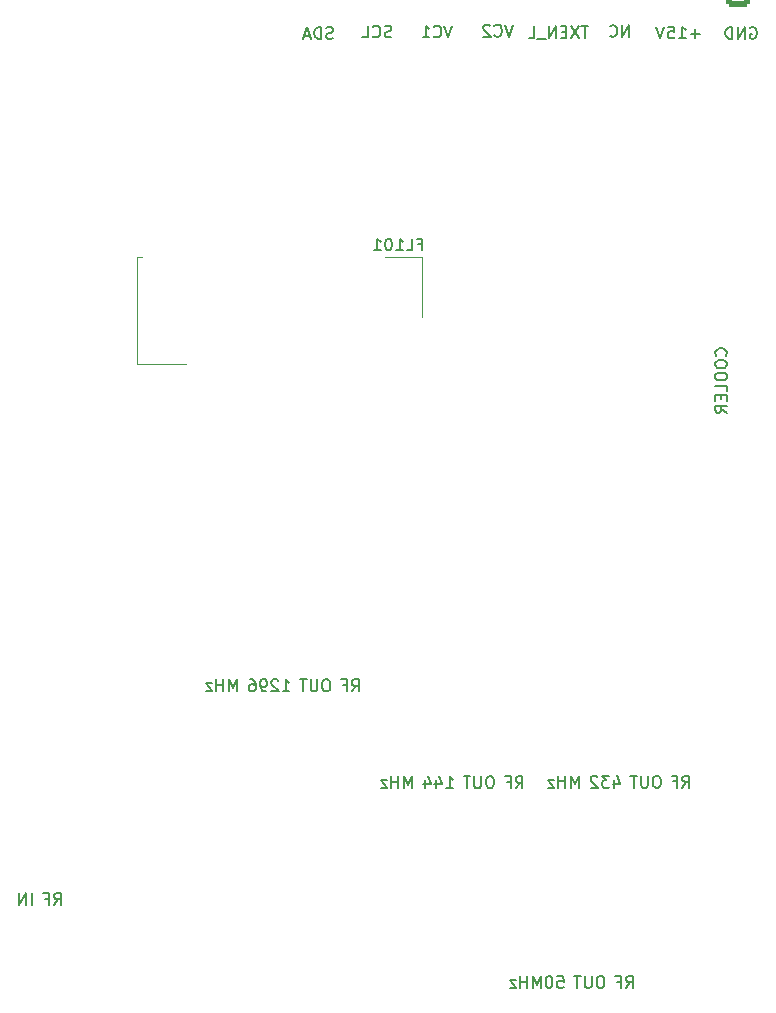
<source format=gbo>
G04 #@! TF.GenerationSoftware,KiCad,Pcbnew,(7.0.0-0)*
G04 #@! TF.CreationDate,2023-05-10T16:18:41+02:00*
G04 #@! TF.ProjectId,Filter-forest-v3,46696c74-6572-42d6-966f-726573742d76,rev?*
G04 #@! TF.SameCoordinates,Original*
G04 #@! TF.FileFunction,Legend,Bot*
G04 #@! TF.FilePolarity,Positive*
%FSLAX46Y46*%
G04 Gerber Fmt 4.6, Leading zero omitted, Abs format (unit mm)*
G04 Created by KiCad (PCBNEW (7.0.0-0)) date 2023-05-10 16:18:41*
%MOMM*%
%LPD*%
G01*
G04 APERTURE LIST*
G04 Aperture macros list*
%AMRoundRect*
0 Rectangle with rounded corners*
0 $1 Rounding radius*
0 $2 $3 $4 $5 $6 $7 $8 $9 X,Y pos of 4 corners*
0 Add a 4 corners polygon primitive as box body*
4,1,4,$2,$3,$4,$5,$6,$7,$8,$9,$2,$3,0*
0 Add four circle primitives for the rounded corners*
1,1,$1+$1,$2,$3*
1,1,$1+$1,$4,$5*
1,1,$1+$1,$6,$7*
1,1,$1+$1,$8,$9*
0 Add four rect primitives between the rounded corners*
20,1,$1+$1,$2,$3,$4,$5,0*
20,1,$1+$1,$4,$5,$6,$7,0*
20,1,$1+$1,$6,$7,$8,$9,0*
20,1,$1+$1,$8,$9,$2,$3,0*%
G04 Aperture macros list end*
%ADD10C,0.150000*%
%ADD11C,0.120000*%
%ADD12C,2.000000*%
%ADD13C,1.500000*%
%ADD14C,0.200000*%
%ADD15R,2.600000X2.600000*%
%ADD16O,2.600000X2.600000*%
%ADD17C,0.610000*%
%ADD18C,2.500000*%
%ADD19C,3.500000*%
%ADD20C,5.600000*%
%ADD21R,4.200000X1.350000*%
%ADD22RoundRect,0.249999X0.790001X1.550001X-0.790001X1.550001X-0.790001X-1.550001X0.790001X-1.550001X0*%
%ADD23O,2.080000X3.600000*%
%ADD24C,2.610000*%
%ADD25O,1.800000X1.000000*%
G04 #@! TA.AperFunction,Profile*
%ADD26C,0.100000*%
G04 #@! TD*
G04 APERTURE END LIST*
D10*
X120290476Y-99912380D02*
X120623809Y-99436190D01*
X120861904Y-99912380D02*
X120861904Y-98912380D01*
X120861904Y-98912380D02*
X120480952Y-98912380D01*
X120480952Y-98912380D02*
X120385714Y-98960000D01*
X120385714Y-98960000D02*
X120338095Y-99007619D01*
X120338095Y-99007619D02*
X120290476Y-99102857D01*
X120290476Y-99102857D02*
X120290476Y-99245714D01*
X120290476Y-99245714D02*
X120338095Y-99340952D01*
X120338095Y-99340952D02*
X120385714Y-99388571D01*
X120385714Y-99388571D02*
X120480952Y-99436190D01*
X120480952Y-99436190D02*
X120861904Y-99436190D01*
X119528571Y-99388571D02*
X119861904Y-99388571D01*
X119861904Y-99912380D02*
X119861904Y-98912380D01*
X119861904Y-98912380D02*
X119385714Y-98912380D01*
X118214285Y-98912380D02*
X118023809Y-98912380D01*
X118023809Y-98912380D02*
X117928571Y-98960000D01*
X117928571Y-98960000D02*
X117833333Y-99055238D01*
X117833333Y-99055238D02*
X117785714Y-99245714D01*
X117785714Y-99245714D02*
X117785714Y-99579047D01*
X117785714Y-99579047D02*
X117833333Y-99769523D01*
X117833333Y-99769523D02*
X117928571Y-99864761D01*
X117928571Y-99864761D02*
X118023809Y-99912380D01*
X118023809Y-99912380D02*
X118214285Y-99912380D01*
X118214285Y-99912380D02*
X118309523Y-99864761D01*
X118309523Y-99864761D02*
X118404761Y-99769523D01*
X118404761Y-99769523D02*
X118452380Y-99579047D01*
X118452380Y-99579047D02*
X118452380Y-99245714D01*
X118452380Y-99245714D02*
X118404761Y-99055238D01*
X118404761Y-99055238D02*
X118309523Y-98960000D01*
X118309523Y-98960000D02*
X118214285Y-98912380D01*
X117357142Y-98912380D02*
X117357142Y-99721904D01*
X117357142Y-99721904D02*
X117309523Y-99817142D01*
X117309523Y-99817142D02*
X117261904Y-99864761D01*
X117261904Y-99864761D02*
X117166666Y-99912380D01*
X117166666Y-99912380D02*
X116976190Y-99912380D01*
X116976190Y-99912380D02*
X116880952Y-99864761D01*
X116880952Y-99864761D02*
X116833333Y-99817142D01*
X116833333Y-99817142D02*
X116785714Y-99721904D01*
X116785714Y-99721904D02*
X116785714Y-98912380D01*
X116452380Y-98912380D02*
X115880952Y-98912380D01*
X116166666Y-99912380D02*
X116166666Y-98912380D01*
X114423809Y-99912380D02*
X114995237Y-99912380D01*
X114709523Y-99912380D02*
X114709523Y-98912380D01*
X114709523Y-98912380D02*
X114804761Y-99055238D01*
X114804761Y-99055238D02*
X114899999Y-99150476D01*
X114899999Y-99150476D02*
X114995237Y-99198095D01*
X114042856Y-99007619D02*
X113995237Y-98960000D01*
X113995237Y-98960000D02*
X113899999Y-98912380D01*
X113899999Y-98912380D02*
X113661904Y-98912380D01*
X113661904Y-98912380D02*
X113566666Y-98960000D01*
X113566666Y-98960000D02*
X113519047Y-99007619D01*
X113519047Y-99007619D02*
X113471428Y-99102857D01*
X113471428Y-99102857D02*
X113471428Y-99198095D01*
X113471428Y-99198095D02*
X113519047Y-99340952D01*
X113519047Y-99340952D02*
X114090475Y-99912380D01*
X114090475Y-99912380D02*
X113471428Y-99912380D01*
X112995237Y-99912380D02*
X112804761Y-99912380D01*
X112804761Y-99912380D02*
X112709523Y-99864761D01*
X112709523Y-99864761D02*
X112661904Y-99817142D01*
X112661904Y-99817142D02*
X112566666Y-99674285D01*
X112566666Y-99674285D02*
X112519047Y-99483809D01*
X112519047Y-99483809D02*
X112519047Y-99102857D01*
X112519047Y-99102857D02*
X112566666Y-99007619D01*
X112566666Y-99007619D02*
X112614285Y-98960000D01*
X112614285Y-98960000D02*
X112709523Y-98912380D01*
X112709523Y-98912380D02*
X112899999Y-98912380D01*
X112899999Y-98912380D02*
X112995237Y-98960000D01*
X112995237Y-98960000D02*
X113042856Y-99007619D01*
X113042856Y-99007619D02*
X113090475Y-99102857D01*
X113090475Y-99102857D02*
X113090475Y-99340952D01*
X113090475Y-99340952D02*
X113042856Y-99436190D01*
X113042856Y-99436190D02*
X112995237Y-99483809D01*
X112995237Y-99483809D02*
X112899999Y-99531428D01*
X112899999Y-99531428D02*
X112709523Y-99531428D01*
X112709523Y-99531428D02*
X112614285Y-99483809D01*
X112614285Y-99483809D02*
X112566666Y-99436190D01*
X112566666Y-99436190D02*
X112519047Y-99340952D01*
X111661904Y-98912380D02*
X111852380Y-98912380D01*
X111852380Y-98912380D02*
X111947618Y-98960000D01*
X111947618Y-98960000D02*
X111995237Y-99007619D01*
X111995237Y-99007619D02*
X112090475Y-99150476D01*
X112090475Y-99150476D02*
X112138094Y-99340952D01*
X112138094Y-99340952D02*
X112138094Y-99721904D01*
X112138094Y-99721904D02*
X112090475Y-99817142D01*
X112090475Y-99817142D02*
X112042856Y-99864761D01*
X112042856Y-99864761D02*
X111947618Y-99912380D01*
X111947618Y-99912380D02*
X111757142Y-99912380D01*
X111757142Y-99912380D02*
X111661904Y-99864761D01*
X111661904Y-99864761D02*
X111614285Y-99817142D01*
X111614285Y-99817142D02*
X111566666Y-99721904D01*
X111566666Y-99721904D02*
X111566666Y-99483809D01*
X111566666Y-99483809D02*
X111614285Y-99388571D01*
X111614285Y-99388571D02*
X111661904Y-99340952D01*
X111661904Y-99340952D02*
X111757142Y-99293333D01*
X111757142Y-99293333D02*
X111947618Y-99293333D01*
X111947618Y-99293333D02*
X112042856Y-99340952D01*
X112042856Y-99340952D02*
X112090475Y-99388571D01*
X112090475Y-99388571D02*
X112138094Y-99483809D01*
X110538094Y-99912380D02*
X110538094Y-98912380D01*
X110538094Y-98912380D02*
X110204761Y-99626666D01*
X110204761Y-99626666D02*
X109871428Y-98912380D01*
X109871428Y-98912380D02*
X109871428Y-99912380D01*
X109395237Y-99912380D02*
X109395237Y-98912380D01*
X109395237Y-99388571D02*
X108823809Y-99388571D01*
X108823809Y-99912380D02*
X108823809Y-98912380D01*
X108442856Y-99245714D02*
X107919047Y-99245714D01*
X107919047Y-99245714D02*
X108442856Y-99912380D01*
X108442856Y-99912380D02*
X107919047Y-99912380D01*
X123629523Y-44504761D02*
X123486666Y-44552380D01*
X123486666Y-44552380D02*
X123248571Y-44552380D01*
X123248571Y-44552380D02*
X123153333Y-44504761D01*
X123153333Y-44504761D02*
X123105714Y-44457142D01*
X123105714Y-44457142D02*
X123058095Y-44361904D01*
X123058095Y-44361904D02*
X123058095Y-44266666D01*
X123058095Y-44266666D02*
X123105714Y-44171428D01*
X123105714Y-44171428D02*
X123153333Y-44123809D01*
X123153333Y-44123809D02*
X123248571Y-44076190D01*
X123248571Y-44076190D02*
X123439047Y-44028571D01*
X123439047Y-44028571D02*
X123534285Y-43980952D01*
X123534285Y-43980952D02*
X123581904Y-43933333D01*
X123581904Y-43933333D02*
X123629523Y-43838095D01*
X123629523Y-43838095D02*
X123629523Y-43742857D01*
X123629523Y-43742857D02*
X123581904Y-43647619D01*
X123581904Y-43647619D02*
X123534285Y-43600000D01*
X123534285Y-43600000D02*
X123439047Y-43552380D01*
X123439047Y-43552380D02*
X123200952Y-43552380D01*
X123200952Y-43552380D02*
X123058095Y-43600000D01*
X122058095Y-44457142D02*
X122105714Y-44504761D01*
X122105714Y-44504761D02*
X122248571Y-44552380D01*
X122248571Y-44552380D02*
X122343809Y-44552380D01*
X122343809Y-44552380D02*
X122486666Y-44504761D01*
X122486666Y-44504761D02*
X122581904Y-44409523D01*
X122581904Y-44409523D02*
X122629523Y-44314285D01*
X122629523Y-44314285D02*
X122677142Y-44123809D01*
X122677142Y-44123809D02*
X122677142Y-43980952D01*
X122677142Y-43980952D02*
X122629523Y-43790476D01*
X122629523Y-43790476D02*
X122581904Y-43695238D01*
X122581904Y-43695238D02*
X122486666Y-43600000D01*
X122486666Y-43600000D02*
X122343809Y-43552380D01*
X122343809Y-43552380D02*
X122248571Y-43552380D01*
X122248571Y-43552380D02*
X122105714Y-43600000D01*
X122105714Y-43600000D02*
X122058095Y-43647619D01*
X121153333Y-44552380D02*
X121629523Y-44552380D01*
X121629523Y-44552380D02*
X121629523Y-43552380D01*
X148280476Y-108072380D02*
X148613809Y-107596190D01*
X148851904Y-108072380D02*
X148851904Y-107072380D01*
X148851904Y-107072380D02*
X148470952Y-107072380D01*
X148470952Y-107072380D02*
X148375714Y-107120000D01*
X148375714Y-107120000D02*
X148328095Y-107167619D01*
X148328095Y-107167619D02*
X148280476Y-107262857D01*
X148280476Y-107262857D02*
X148280476Y-107405714D01*
X148280476Y-107405714D02*
X148328095Y-107500952D01*
X148328095Y-107500952D02*
X148375714Y-107548571D01*
X148375714Y-107548571D02*
X148470952Y-107596190D01*
X148470952Y-107596190D02*
X148851904Y-107596190D01*
X147518571Y-107548571D02*
X147851904Y-107548571D01*
X147851904Y-108072380D02*
X147851904Y-107072380D01*
X147851904Y-107072380D02*
X147375714Y-107072380D01*
X146204285Y-107072380D02*
X146013809Y-107072380D01*
X146013809Y-107072380D02*
X145918571Y-107120000D01*
X145918571Y-107120000D02*
X145823333Y-107215238D01*
X145823333Y-107215238D02*
X145775714Y-107405714D01*
X145775714Y-107405714D02*
X145775714Y-107739047D01*
X145775714Y-107739047D02*
X145823333Y-107929523D01*
X145823333Y-107929523D02*
X145918571Y-108024761D01*
X145918571Y-108024761D02*
X146013809Y-108072380D01*
X146013809Y-108072380D02*
X146204285Y-108072380D01*
X146204285Y-108072380D02*
X146299523Y-108024761D01*
X146299523Y-108024761D02*
X146394761Y-107929523D01*
X146394761Y-107929523D02*
X146442380Y-107739047D01*
X146442380Y-107739047D02*
X146442380Y-107405714D01*
X146442380Y-107405714D02*
X146394761Y-107215238D01*
X146394761Y-107215238D02*
X146299523Y-107120000D01*
X146299523Y-107120000D02*
X146204285Y-107072380D01*
X145347142Y-107072380D02*
X145347142Y-107881904D01*
X145347142Y-107881904D02*
X145299523Y-107977142D01*
X145299523Y-107977142D02*
X145251904Y-108024761D01*
X145251904Y-108024761D02*
X145156666Y-108072380D01*
X145156666Y-108072380D02*
X144966190Y-108072380D01*
X144966190Y-108072380D02*
X144870952Y-108024761D01*
X144870952Y-108024761D02*
X144823333Y-107977142D01*
X144823333Y-107977142D02*
X144775714Y-107881904D01*
X144775714Y-107881904D02*
X144775714Y-107072380D01*
X144442380Y-107072380D02*
X143870952Y-107072380D01*
X144156666Y-108072380D02*
X144156666Y-107072380D01*
X142509047Y-107405714D02*
X142509047Y-108072380D01*
X142747142Y-107024761D02*
X142985237Y-107739047D01*
X142985237Y-107739047D02*
X142366190Y-107739047D01*
X142080475Y-107072380D02*
X141461428Y-107072380D01*
X141461428Y-107072380D02*
X141794761Y-107453333D01*
X141794761Y-107453333D02*
X141651904Y-107453333D01*
X141651904Y-107453333D02*
X141556666Y-107500952D01*
X141556666Y-107500952D02*
X141509047Y-107548571D01*
X141509047Y-107548571D02*
X141461428Y-107643809D01*
X141461428Y-107643809D02*
X141461428Y-107881904D01*
X141461428Y-107881904D02*
X141509047Y-107977142D01*
X141509047Y-107977142D02*
X141556666Y-108024761D01*
X141556666Y-108024761D02*
X141651904Y-108072380D01*
X141651904Y-108072380D02*
X141937618Y-108072380D01*
X141937618Y-108072380D02*
X142032856Y-108024761D01*
X142032856Y-108024761D02*
X142080475Y-107977142D01*
X141080475Y-107167619D02*
X141032856Y-107120000D01*
X141032856Y-107120000D02*
X140937618Y-107072380D01*
X140937618Y-107072380D02*
X140699523Y-107072380D01*
X140699523Y-107072380D02*
X140604285Y-107120000D01*
X140604285Y-107120000D02*
X140556666Y-107167619D01*
X140556666Y-107167619D02*
X140509047Y-107262857D01*
X140509047Y-107262857D02*
X140509047Y-107358095D01*
X140509047Y-107358095D02*
X140556666Y-107500952D01*
X140556666Y-107500952D02*
X141128094Y-108072380D01*
X141128094Y-108072380D02*
X140509047Y-108072380D01*
X139480475Y-108072380D02*
X139480475Y-107072380D01*
X139480475Y-107072380D02*
X139147142Y-107786666D01*
X139147142Y-107786666D02*
X138813809Y-107072380D01*
X138813809Y-107072380D02*
X138813809Y-108072380D01*
X138337618Y-108072380D02*
X138337618Y-107072380D01*
X138337618Y-107548571D02*
X137766190Y-107548571D01*
X137766190Y-108072380D02*
X137766190Y-107072380D01*
X137385237Y-107405714D02*
X136861428Y-107405714D01*
X136861428Y-107405714D02*
X137385237Y-108072380D01*
X137385237Y-108072380D02*
X136861428Y-108072380D01*
X134150476Y-108112380D02*
X134483809Y-107636190D01*
X134721904Y-108112380D02*
X134721904Y-107112380D01*
X134721904Y-107112380D02*
X134340952Y-107112380D01*
X134340952Y-107112380D02*
X134245714Y-107160000D01*
X134245714Y-107160000D02*
X134198095Y-107207619D01*
X134198095Y-107207619D02*
X134150476Y-107302857D01*
X134150476Y-107302857D02*
X134150476Y-107445714D01*
X134150476Y-107445714D02*
X134198095Y-107540952D01*
X134198095Y-107540952D02*
X134245714Y-107588571D01*
X134245714Y-107588571D02*
X134340952Y-107636190D01*
X134340952Y-107636190D02*
X134721904Y-107636190D01*
X133388571Y-107588571D02*
X133721904Y-107588571D01*
X133721904Y-108112380D02*
X133721904Y-107112380D01*
X133721904Y-107112380D02*
X133245714Y-107112380D01*
X132074285Y-107112380D02*
X131883809Y-107112380D01*
X131883809Y-107112380D02*
X131788571Y-107160000D01*
X131788571Y-107160000D02*
X131693333Y-107255238D01*
X131693333Y-107255238D02*
X131645714Y-107445714D01*
X131645714Y-107445714D02*
X131645714Y-107779047D01*
X131645714Y-107779047D02*
X131693333Y-107969523D01*
X131693333Y-107969523D02*
X131788571Y-108064761D01*
X131788571Y-108064761D02*
X131883809Y-108112380D01*
X131883809Y-108112380D02*
X132074285Y-108112380D01*
X132074285Y-108112380D02*
X132169523Y-108064761D01*
X132169523Y-108064761D02*
X132264761Y-107969523D01*
X132264761Y-107969523D02*
X132312380Y-107779047D01*
X132312380Y-107779047D02*
X132312380Y-107445714D01*
X132312380Y-107445714D02*
X132264761Y-107255238D01*
X132264761Y-107255238D02*
X132169523Y-107160000D01*
X132169523Y-107160000D02*
X132074285Y-107112380D01*
X131217142Y-107112380D02*
X131217142Y-107921904D01*
X131217142Y-107921904D02*
X131169523Y-108017142D01*
X131169523Y-108017142D02*
X131121904Y-108064761D01*
X131121904Y-108064761D02*
X131026666Y-108112380D01*
X131026666Y-108112380D02*
X130836190Y-108112380D01*
X130836190Y-108112380D02*
X130740952Y-108064761D01*
X130740952Y-108064761D02*
X130693333Y-108017142D01*
X130693333Y-108017142D02*
X130645714Y-107921904D01*
X130645714Y-107921904D02*
X130645714Y-107112380D01*
X130312380Y-107112380D02*
X129740952Y-107112380D01*
X130026666Y-108112380D02*
X130026666Y-107112380D01*
X128283809Y-108112380D02*
X128855237Y-108112380D01*
X128569523Y-108112380D02*
X128569523Y-107112380D01*
X128569523Y-107112380D02*
X128664761Y-107255238D01*
X128664761Y-107255238D02*
X128759999Y-107350476D01*
X128759999Y-107350476D02*
X128855237Y-107398095D01*
X127426666Y-107445714D02*
X127426666Y-108112380D01*
X127664761Y-107064761D02*
X127902856Y-107779047D01*
X127902856Y-107779047D02*
X127283809Y-107779047D01*
X126474285Y-107445714D02*
X126474285Y-108112380D01*
X126712380Y-107064761D02*
X126950475Y-107779047D01*
X126950475Y-107779047D02*
X126331428Y-107779047D01*
X125350475Y-108112380D02*
X125350475Y-107112380D01*
X125350475Y-107112380D02*
X125017142Y-107826666D01*
X125017142Y-107826666D02*
X124683809Y-107112380D01*
X124683809Y-107112380D02*
X124683809Y-108112380D01*
X124207618Y-108112380D02*
X124207618Y-107112380D01*
X124207618Y-107588571D02*
X123636190Y-107588571D01*
X123636190Y-108112380D02*
X123636190Y-107112380D01*
X123255237Y-107445714D02*
X122731428Y-107445714D01*
X122731428Y-107445714D02*
X123255237Y-108112380D01*
X123255237Y-108112380D02*
X122731428Y-108112380D01*
X128794761Y-43552380D02*
X128461428Y-44552380D01*
X128461428Y-44552380D02*
X128128095Y-43552380D01*
X127223333Y-44457142D02*
X127270952Y-44504761D01*
X127270952Y-44504761D02*
X127413809Y-44552380D01*
X127413809Y-44552380D02*
X127509047Y-44552380D01*
X127509047Y-44552380D02*
X127651904Y-44504761D01*
X127651904Y-44504761D02*
X127747142Y-44409523D01*
X127747142Y-44409523D02*
X127794761Y-44314285D01*
X127794761Y-44314285D02*
X127842380Y-44123809D01*
X127842380Y-44123809D02*
X127842380Y-43980952D01*
X127842380Y-43980952D02*
X127794761Y-43790476D01*
X127794761Y-43790476D02*
X127747142Y-43695238D01*
X127747142Y-43695238D02*
X127651904Y-43600000D01*
X127651904Y-43600000D02*
X127509047Y-43552380D01*
X127509047Y-43552380D02*
X127413809Y-43552380D01*
X127413809Y-43552380D02*
X127270952Y-43600000D01*
X127270952Y-43600000D02*
X127223333Y-43647619D01*
X126270952Y-44552380D02*
X126842380Y-44552380D01*
X126556666Y-44552380D02*
X126556666Y-43552380D01*
X126556666Y-43552380D02*
X126651904Y-43695238D01*
X126651904Y-43695238D02*
X126747142Y-43790476D01*
X126747142Y-43790476D02*
X126842380Y-43838095D01*
X143510476Y-125032380D02*
X143843809Y-124556190D01*
X144081904Y-125032380D02*
X144081904Y-124032380D01*
X144081904Y-124032380D02*
X143700952Y-124032380D01*
X143700952Y-124032380D02*
X143605714Y-124080000D01*
X143605714Y-124080000D02*
X143558095Y-124127619D01*
X143558095Y-124127619D02*
X143510476Y-124222857D01*
X143510476Y-124222857D02*
X143510476Y-124365714D01*
X143510476Y-124365714D02*
X143558095Y-124460952D01*
X143558095Y-124460952D02*
X143605714Y-124508571D01*
X143605714Y-124508571D02*
X143700952Y-124556190D01*
X143700952Y-124556190D02*
X144081904Y-124556190D01*
X142748571Y-124508571D02*
X143081904Y-124508571D01*
X143081904Y-125032380D02*
X143081904Y-124032380D01*
X143081904Y-124032380D02*
X142605714Y-124032380D01*
X141434285Y-124032380D02*
X141243809Y-124032380D01*
X141243809Y-124032380D02*
X141148571Y-124080000D01*
X141148571Y-124080000D02*
X141053333Y-124175238D01*
X141053333Y-124175238D02*
X141005714Y-124365714D01*
X141005714Y-124365714D02*
X141005714Y-124699047D01*
X141005714Y-124699047D02*
X141053333Y-124889523D01*
X141053333Y-124889523D02*
X141148571Y-124984761D01*
X141148571Y-124984761D02*
X141243809Y-125032380D01*
X141243809Y-125032380D02*
X141434285Y-125032380D01*
X141434285Y-125032380D02*
X141529523Y-124984761D01*
X141529523Y-124984761D02*
X141624761Y-124889523D01*
X141624761Y-124889523D02*
X141672380Y-124699047D01*
X141672380Y-124699047D02*
X141672380Y-124365714D01*
X141672380Y-124365714D02*
X141624761Y-124175238D01*
X141624761Y-124175238D02*
X141529523Y-124080000D01*
X141529523Y-124080000D02*
X141434285Y-124032380D01*
X140577142Y-124032380D02*
X140577142Y-124841904D01*
X140577142Y-124841904D02*
X140529523Y-124937142D01*
X140529523Y-124937142D02*
X140481904Y-124984761D01*
X140481904Y-124984761D02*
X140386666Y-125032380D01*
X140386666Y-125032380D02*
X140196190Y-125032380D01*
X140196190Y-125032380D02*
X140100952Y-124984761D01*
X140100952Y-124984761D02*
X140053333Y-124937142D01*
X140053333Y-124937142D02*
X140005714Y-124841904D01*
X140005714Y-124841904D02*
X140005714Y-124032380D01*
X139672380Y-124032380D02*
X139100952Y-124032380D01*
X139386666Y-125032380D02*
X139386666Y-124032380D01*
X137691428Y-124032380D02*
X138167618Y-124032380D01*
X138167618Y-124032380D02*
X138215237Y-124508571D01*
X138215237Y-124508571D02*
X138167618Y-124460952D01*
X138167618Y-124460952D02*
X138072380Y-124413333D01*
X138072380Y-124413333D02*
X137834285Y-124413333D01*
X137834285Y-124413333D02*
X137739047Y-124460952D01*
X137739047Y-124460952D02*
X137691428Y-124508571D01*
X137691428Y-124508571D02*
X137643809Y-124603809D01*
X137643809Y-124603809D02*
X137643809Y-124841904D01*
X137643809Y-124841904D02*
X137691428Y-124937142D01*
X137691428Y-124937142D02*
X137739047Y-124984761D01*
X137739047Y-124984761D02*
X137834285Y-125032380D01*
X137834285Y-125032380D02*
X138072380Y-125032380D01*
X138072380Y-125032380D02*
X138167618Y-124984761D01*
X138167618Y-124984761D02*
X138215237Y-124937142D01*
X137024761Y-124032380D02*
X136929523Y-124032380D01*
X136929523Y-124032380D02*
X136834285Y-124080000D01*
X136834285Y-124080000D02*
X136786666Y-124127619D01*
X136786666Y-124127619D02*
X136739047Y-124222857D01*
X136739047Y-124222857D02*
X136691428Y-124413333D01*
X136691428Y-124413333D02*
X136691428Y-124651428D01*
X136691428Y-124651428D02*
X136739047Y-124841904D01*
X136739047Y-124841904D02*
X136786666Y-124937142D01*
X136786666Y-124937142D02*
X136834285Y-124984761D01*
X136834285Y-124984761D02*
X136929523Y-125032380D01*
X136929523Y-125032380D02*
X137024761Y-125032380D01*
X137024761Y-125032380D02*
X137119999Y-124984761D01*
X137119999Y-124984761D02*
X137167618Y-124937142D01*
X137167618Y-124937142D02*
X137215237Y-124841904D01*
X137215237Y-124841904D02*
X137262856Y-124651428D01*
X137262856Y-124651428D02*
X137262856Y-124413333D01*
X137262856Y-124413333D02*
X137215237Y-124222857D01*
X137215237Y-124222857D02*
X137167618Y-124127619D01*
X137167618Y-124127619D02*
X137119999Y-124080000D01*
X137119999Y-124080000D02*
X137024761Y-124032380D01*
X136262856Y-125032380D02*
X136262856Y-124032380D01*
X136262856Y-124032380D02*
X135929523Y-124746666D01*
X135929523Y-124746666D02*
X135596190Y-124032380D01*
X135596190Y-124032380D02*
X135596190Y-125032380D01*
X135119999Y-125032380D02*
X135119999Y-124032380D01*
X135119999Y-124508571D02*
X134548571Y-124508571D01*
X134548571Y-125032380D02*
X134548571Y-124032380D01*
X134167618Y-124365714D02*
X133643809Y-124365714D01*
X133643809Y-124365714D02*
X134167618Y-125032380D01*
X134167618Y-125032380D02*
X133643809Y-125032380D01*
X133934761Y-43482380D02*
X133601428Y-44482380D01*
X133601428Y-44482380D02*
X133268095Y-43482380D01*
X132363333Y-44387142D02*
X132410952Y-44434761D01*
X132410952Y-44434761D02*
X132553809Y-44482380D01*
X132553809Y-44482380D02*
X132649047Y-44482380D01*
X132649047Y-44482380D02*
X132791904Y-44434761D01*
X132791904Y-44434761D02*
X132887142Y-44339523D01*
X132887142Y-44339523D02*
X132934761Y-44244285D01*
X132934761Y-44244285D02*
X132982380Y-44053809D01*
X132982380Y-44053809D02*
X132982380Y-43910952D01*
X132982380Y-43910952D02*
X132934761Y-43720476D01*
X132934761Y-43720476D02*
X132887142Y-43625238D01*
X132887142Y-43625238D02*
X132791904Y-43530000D01*
X132791904Y-43530000D02*
X132649047Y-43482380D01*
X132649047Y-43482380D02*
X132553809Y-43482380D01*
X132553809Y-43482380D02*
X132410952Y-43530000D01*
X132410952Y-43530000D02*
X132363333Y-43577619D01*
X131982380Y-43577619D02*
X131934761Y-43530000D01*
X131934761Y-43530000D02*
X131839523Y-43482380D01*
X131839523Y-43482380D02*
X131601428Y-43482380D01*
X131601428Y-43482380D02*
X131506190Y-43530000D01*
X131506190Y-43530000D02*
X131458571Y-43577619D01*
X131458571Y-43577619D02*
X131410952Y-43672857D01*
X131410952Y-43672857D02*
X131410952Y-43768095D01*
X131410952Y-43768095D02*
X131458571Y-43910952D01*
X131458571Y-43910952D02*
X132029999Y-44482380D01*
X132029999Y-44482380D02*
X131410952Y-44482380D01*
X118679523Y-44634761D02*
X118536666Y-44682380D01*
X118536666Y-44682380D02*
X118298571Y-44682380D01*
X118298571Y-44682380D02*
X118203333Y-44634761D01*
X118203333Y-44634761D02*
X118155714Y-44587142D01*
X118155714Y-44587142D02*
X118108095Y-44491904D01*
X118108095Y-44491904D02*
X118108095Y-44396666D01*
X118108095Y-44396666D02*
X118155714Y-44301428D01*
X118155714Y-44301428D02*
X118203333Y-44253809D01*
X118203333Y-44253809D02*
X118298571Y-44206190D01*
X118298571Y-44206190D02*
X118489047Y-44158571D01*
X118489047Y-44158571D02*
X118584285Y-44110952D01*
X118584285Y-44110952D02*
X118631904Y-44063333D01*
X118631904Y-44063333D02*
X118679523Y-43968095D01*
X118679523Y-43968095D02*
X118679523Y-43872857D01*
X118679523Y-43872857D02*
X118631904Y-43777619D01*
X118631904Y-43777619D02*
X118584285Y-43730000D01*
X118584285Y-43730000D02*
X118489047Y-43682380D01*
X118489047Y-43682380D02*
X118250952Y-43682380D01*
X118250952Y-43682380D02*
X118108095Y-43730000D01*
X117679523Y-44682380D02*
X117679523Y-43682380D01*
X117679523Y-43682380D02*
X117441428Y-43682380D01*
X117441428Y-43682380D02*
X117298571Y-43730000D01*
X117298571Y-43730000D02*
X117203333Y-43825238D01*
X117203333Y-43825238D02*
X117155714Y-43920476D01*
X117155714Y-43920476D02*
X117108095Y-44110952D01*
X117108095Y-44110952D02*
X117108095Y-44253809D01*
X117108095Y-44253809D02*
X117155714Y-44444285D01*
X117155714Y-44444285D02*
X117203333Y-44539523D01*
X117203333Y-44539523D02*
X117298571Y-44634761D01*
X117298571Y-44634761D02*
X117441428Y-44682380D01*
X117441428Y-44682380D02*
X117679523Y-44682380D01*
X116727142Y-44396666D02*
X116250952Y-44396666D01*
X116822380Y-44682380D02*
X116489047Y-43682380D01*
X116489047Y-43682380D02*
X116155714Y-44682380D01*
X151957142Y-71499523D02*
X152004761Y-71451904D01*
X152004761Y-71451904D02*
X152052380Y-71309047D01*
X152052380Y-71309047D02*
X152052380Y-71213809D01*
X152052380Y-71213809D02*
X152004761Y-71070952D01*
X152004761Y-71070952D02*
X151909523Y-70975714D01*
X151909523Y-70975714D02*
X151814285Y-70928095D01*
X151814285Y-70928095D02*
X151623809Y-70880476D01*
X151623809Y-70880476D02*
X151480952Y-70880476D01*
X151480952Y-70880476D02*
X151290476Y-70928095D01*
X151290476Y-70928095D02*
X151195238Y-70975714D01*
X151195238Y-70975714D02*
X151100000Y-71070952D01*
X151100000Y-71070952D02*
X151052380Y-71213809D01*
X151052380Y-71213809D02*
X151052380Y-71309047D01*
X151052380Y-71309047D02*
X151100000Y-71451904D01*
X151100000Y-71451904D02*
X151147619Y-71499523D01*
X151052380Y-72118571D02*
X151052380Y-72309047D01*
X151052380Y-72309047D02*
X151100000Y-72404285D01*
X151100000Y-72404285D02*
X151195238Y-72499523D01*
X151195238Y-72499523D02*
X151385714Y-72547142D01*
X151385714Y-72547142D02*
X151719047Y-72547142D01*
X151719047Y-72547142D02*
X151909523Y-72499523D01*
X151909523Y-72499523D02*
X152004761Y-72404285D01*
X152004761Y-72404285D02*
X152052380Y-72309047D01*
X152052380Y-72309047D02*
X152052380Y-72118571D01*
X152052380Y-72118571D02*
X152004761Y-72023333D01*
X152004761Y-72023333D02*
X151909523Y-71928095D01*
X151909523Y-71928095D02*
X151719047Y-71880476D01*
X151719047Y-71880476D02*
X151385714Y-71880476D01*
X151385714Y-71880476D02*
X151195238Y-71928095D01*
X151195238Y-71928095D02*
X151100000Y-72023333D01*
X151100000Y-72023333D02*
X151052380Y-72118571D01*
X151052380Y-73166190D02*
X151052380Y-73356666D01*
X151052380Y-73356666D02*
X151100000Y-73451904D01*
X151100000Y-73451904D02*
X151195238Y-73547142D01*
X151195238Y-73547142D02*
X151385714Y-73594761D01*
X151385714Y-73594761D02*
X151719047Y-73594761D01*
X151719047Y-73594761D02*
X151909523Y-73547142D01*
X151909523Y-73547142D02*
X152004761Y-73451904D01*
X152004761Y-73451904D02*
X152052380Y-73356666D01*
X152052380Y-73356666D02*
X152052380Y-73166190D01*
X152052380Y-73166190D02*
X152004761Y-73070952D01*
X152004761Y-73070952D02*
X151909523Y-72975714D01*
X151909523Y-72975714D02*
X151719047Y-72928095D01*
X151719047Y-72928095D02*
X151385714Y-72928095D01*
X151385714Y-72928095D02*
X151195238Y-72975714D01*
X151195238Y-72975714D02*
X151100000Y-73070952D01*
X151100000Y-73070952D02*
X151052380Y-73166190D01*
X152052380Y-74499523D02*
X152052380Y-74023333D01*
X152052380Y-74023333D02*
X151052380Y-74023333D01*
X151528571Y-74832857D02*
X151528571Y-75166190D01*
X152052380Y-75309047D02*
X152052380Y-74832857D01*
X152052380Y-74832857D02*
X151052380Y-74832857D01*
X151052380Y-74832857D02*
X151052380Y-75309047D01*
X152052380Y-76309047D02*
X151576190Y-75975714D01*
X152052380Y-75737619D02*
X151052380Y-75737619D01*
X151052380Y-75737619D02*
X151052380Y-76118571D01*
X151052380Y-76118571D02*
X151100000Y-76213809D01*
X151100000Y-76213809D02*
X151147619Y-76261428D01*
X151147619Y-76261428D02*
X151242857Y-76309047D01*
X151242857Y-76309047D02*
X151385714Y-76309047D01*
X151385714Y-76309047D02*
X151480952Y-76261428D01*
X151480952Y-76261428D02*
X151528571Y-76213809D01*
X151528571Y-76213809D02*
X151576190Y-76118571D01*
X151576190Y-76118571D02*
X151576190Y-75737619D01*
X140294761Y-43602380D02*
X139723333Y-43602380D01*
X140009047Y-44602380D02*
X140009047Y-43602380D01*
X139485237Y-43602380D02*
X138818571Y-44602380D01*
X138818571Y-43602380D02*
X139485237Y-44602380D01*
X138437618Y-44078571D02*
X138104285Y-44078571D01*
X137961428Y-44602380D02*
X138437618Y-44602380D01*
X138437618Y-44602380D02*
X138437618Y-43602380D01*
X138437618Y-43602380D02*
X137961428Y-43602380D01*
X137532856Y-44602380D02*
X137532856Y-43602380D01*
X137532856Y-43602380D02*
X136961428Y-44602380D01*
X136961428Y-44602380D02*
X136961428Y-43602380D01*
X136723333Y-44697619D02*
X135961428Y-44697619D01*
X135247142Y-44602380D02*
X135723332Y-44602380D01*
X135723332Y-44602380D02*
X135723332Y-43602380D01*
X149741904Y-44261428D02*
X148980000Y-44261428D01*
X149360952Y-44642380D02*
X149360952Y-43880476D01*
X147980000Y-44642380D02*
X148551428Y-44642380D01*
X148265714Y-44642380D02*
X148265714Y-43642380D01*
X148265714Y-43642380D02*
X148360952Y-43785238D01*
X148360952Y-43785238D02*
X148456190Y-43880476D01*
X148456190Y-43880476D02*
X148551428Y-43928095D01*
X147075238Y-43642380D02*
X147551428Y-43642380D01*
X147551428Y-43642380D02*
X147599047Y-44118571D01*
X147599047Y-44118571D02*
X147551428Y-44070952D01*
X147551428Y-44070952D02*
X147456190Y-44023333D01*
X147456190Y-44023333D02*
X147218095Y-44023333D01*
X147218095Y-44023333D02*
X147122857Y-44070952D01*
X147122857Y-44070952D02*
X147075238Y-44118571D01*
X147075238Y-44118571D02*
X147027619Y-44213809D01*
X147027619Y-44213809D02*
X147027619Y-44451904D01*
X147027619Y-44451904D02*
X147075238Y-44547142D01*
X147075238Y-44547142D02*
X147122857Y-44594761D01*
X147122857Y-44594761D02*
X147218095Y-44642380D01*
X147218095Y-44642380D02*
X147456190Y-44642380D01*
X147456190Y-44642380D02*
X147551428Y-44594761D01*
X147551428Y-44594761D02*
X147599047Y-44547142D01*
X146741904Y-43642380D02*
X146408571Y-44642380D01*
X146408571Y-44642380D02*
X146075238Y-43642380D01*
X95070476Y-118007380D02*
X95403809Y-117531190D01*
X95641904Y-118007380D02*
X95641904Y-117007380D01*
X95641904Y-117007380D02*
X95260952Y-117007380D01*
X95260952Y-117007380D02*
X95165714Y-117055000D01*
X95165714Y-117055000D02*
X95118095Y-117102619D01*
X95118095Y-117102619D02*
X95070476Y-117197857D01*
X95070476Y-117197857D02*
X95070476Y-117340714D01*
X95070476Y-117340714D02*
X95118095Y-117435952D01*
X95118095Y-117435952D02*
X95165714Y-117483571D01*
X95165714Y-117483571D02*
X95260952Y-117531190D01*
X95260952Y-117531190D02*
X95641904Y-117531190D01*
X94308571Y-117483571D02*
X94641904Y-117483571D01*
X94641904Y-118007380D02*
X94641904Y-117007380D01*
X94641904Y-117007380D02*
X94165714Y-117007380D01*
X93184761Y-118007380D02*
X93184761Y-117007380D01*
X92708571Y-118007380D02*
X92708571Y-117007380D01*
X92708571Y-117007380D02*
X92137143Y-118007380D01*
X92137143Y-118007380D02*
X92137143Y-117007380D01*
X143771904Y-44512380D02*
X143771904Y-43512380D01*
X143771904Y-43512380D02*
X143200476Y-44512380D01*
X143200476Y-44512380D02*
X143200476Y-43512380D01*
X142152857Y-44417142D02*
X142200476Y-44464761D01*
X142200476Y-44464761D02*
X142343333Y-44512380D01*
X142343333Y-44512380D02*
X142438571Y-44512380D01*
X142438571Y-44512380D02*
X142581428Y-44464761D01*
X142581428Y-44464761D02*
X142676666Y-44369523D01*
X142676666Y-44369523D02*
X142724285Y-44274285D01*
X142724285Y-44274285D02*
X142771904Y-44083809D01*
X142771904Y-44083809D02*
X142771904Y-43940952D01*
X142771904Y-43940952D02*
X142724285Y-43750476D01*
X142724285Y-43750476D02*
X142676666Y-43655238D01*
X142676666Y-43655238D02*
X142581428Y-43560000D01*
X142581428Y-43560000D02*
X142438571Y-43512380D01*
X142438571Y-43512380D02*
X142343333Y-43512380D01*
X142343333Y-43512380D02*
X142200476Y-43560000D01*
X142200476Y-43560000D02*
X142152857Y-43607619D01*
X154008095Y-43730000D02*
X154103333Y-43682380D01*
X154103333Y-43682380D02*
X154246190Y-43682380D01*
X154246190Y-43682380D02*
X154389047Y-43730000D01*
X154389047Y-43730000D02*
X154484285Y-43825238D01*
X154484285Y-43825238D02*
X154531904Y-43920476D01*
X154531904Y-43920476D02*
X154579523Y-44110952D01*
X154579523Y-44110952D02*
X154579523Y-44253809D01*
X154579523Y-44253809D02*
X154531904Y-44444285D01*
X154531904Y-44444285D02*
X154484285Y-44539523D01*
X154484285Y-44539523D02*
X154389047Y-44634761D01*
X154389047Y-44634761D02*
X154246190Y-44682380D01*
X154246190Y-44682380D02*
X154150952Y-44682380D01*
X154150952Y-44682380D02*
X154008095Y-44634761D01*
X154008095Y-44634761D02*
X153960476Y-44587142D01*
X153960476Y-44587142D02*
X153960476Y-44253809D01*
X153960476Y-44253809D02*
X154150952Y-44253809D01*
X153531904Y-44682380D02*
X153531904Y-43682380D01*
X153531904Y-43682380D02*
X152960476Y-44682380D01*
X152960476Y-44682380D02*
X152960476Y-43682380D01*
X152484285Y-44682380D02*
X152484285Y-43682380D01*
X152484285Y-43682380D02*
X152246190Y-43682380D01*
X152246190Y-43682380D02*
X152103333Y-43730000D01*
X152103333Y-43730000D02*
X152008095Y-43825238D01*
X152008095Y-43825238D02*
X151960476Y-43920476D01*
X151960476Y-43920476D02*
X151912857Y-44110952D01*
X151912857Y-44110952D02*
X151912857Y-44253809D01*
X151912857Y-44253809D02*
X151960476Y-44444285D01*
X151960476Y-44444285D02*
X152008095Y-44539523D01*
X152008095Y-44539523D02*
X152103333Y-44634761D01*
X152103333Y-44634761D02*
X152246190Y-44682380D01*
X152246190Y-44682380D02*
X152484285Y-44682380D01*
X125920476Y-62063571D02*
X126253809Y-62063571D01*
X126253809Y-62587380D02*
X126253809Y-61587380D01*
X126253809Y-61587380D02*
X125777619Y-61587380D01*
X124920476Y-62587380D02*
X125396666Y-62587380D01*
X125396666Y-62587380D02*
X125396666Y-61587380D01*
X124063333Y-62587380D02*
X124634761Y-62587380D01*
X124349047Y-62587380D02*
X124349047Y-61587380D01*
X124349047Y-61587380D02*
X124444285Y-61730238D01*
X124444285Y-61730238D02*
X124539523Y-61825476D01*
X124539523Y-61825476D02*
X124634761Y-61873095D01*
X123444285Y-61587380D02*
X123349047Y-61587380D01*
X123349047Y-61587380D02*
X123253809Y-61635000D01*
X123253809Y-61635000D02*
X123206190Y-61682619D01*
X123206190Y-61682619D02*
X123158571Y-61777857D01*
X123158571Y-61777857D02*
X123110952Y-61968333D01*
X123110952Y-61968333D02*
X123110952Y-62206428D01*
X123110952Y-62206428D02*
X123158571Y-62396904D01*
X123158571Y-62396904D02*
X123206190Y-62492142D01*
X123206190Y-62492142D02*
X123253809Y-62539761D01*
X123253809Y-62539761D02*
X123349047Y-62587380D01*
X123349047Y-62587380D02*
X123444285Y-62587380D01*
X123444285Y-62587380D02*
X123539523Y-62539761D01*
X123539523Y-62539761D02*
X123587142Y-62492142D01*
X123587142Y-62492142D02*
X123634761Y-62396904D01*
X123634761Y-62396904D02*
X123682380Y-62206428D01*
X123682380Y-62206428D02*
X123682380Y-61968333D01*
X123682380Y-61968333D02*
X123634761Y-61777857D01*
X123634761Y-61777857D02*
X123587142Y-61682619D01*
X123587142Y-61682619D02*
X123539523Y-61635000D01*
X123539523Y-61635000D02*
X123444285Y-61587380D01*
X122158571Y-62587380D02*
X122729999Y-62587380D01*
X122444285Y-62587380D02*
X122444285Y-61587380D01*
X122444285Y-61587380D02*
X122539523Y-61730238D01*
X122539523Y-61730238D02*
X122634761Y-61825476D01*
X122634761Y-61825476D02*
X122729999Y-61873095D01*
D11*
X126230000Y-72330000D02*
X126230000Y-63130000D01*
X126230000Y-63130000D02*
X102130000Y-63130000D01*
X102130000Y-72230000D02*
X126230000Y-72330000D01*
X102130000Y-63130000D02*
X102130000Y-72230000D01*
%LPC*%
D12*
X89120000Y-30960000D02*
X165122978Y-30960000D01*
X165122978Y-30960000D02*
X165122978Y-128870000D01*
X165122978Y-128870000D02*
X89120000Y-128870000D01*
X89120000Y-128870000D02*
X89120000Y-30960000D01*
D13*
X126040000Y-69100000D02*
X126040000Y-71955000D01*
D14*
G36*
X149780000Y-78051166D02*
G01*
X149005646Y-78969585D01*
X141110000Y-78960000D01*
X141100000Y-78670000D01*
X141100000Y-69880000D01*
X141110000Y-66780000D01*
X144280000Y-66780000D01*
X149780000Y-66780000D01*
X149780000Y-78051166D01*
G37*
X149780000Y-78051166D02*
X149005646Y-78969585D01*
X141110000Y-78960000D01*
X141100000Y-78670000D01*
X141100000Y-69880000D01*
X141110000Y-66780000D01*
X144280000Y-66780000D01*
X149780000Y-66780000D01*
X149780000Y-78051166D01*
D10*
X97500000Y-64650000D02*
X97900000Y-64650000D01*
D13*
X103120000Y-66970000D02*
X103120000Y-63700000D01*
X103149375Y-63730000D02*
X122550625Y-63730000D01*
X126015000Y-71910000D02*
X106985000Y-71910000D01*
X121055000Y-59950000D02*
X106605000Y-59950000D01*
X106620000Y-59981000D02*
X106620000Y-53760000D01*
X124340000Y-57239000D02*
X124340000Y-50861000D01*
X110070000Y-50822000D02*
X124330000Y-50822000D01*
G36*
X128660000Y-97810000D02*
G01*
X127660000Y-97810000D01*
X126860000Y-98610000D01*
X126760000Y-99710000D01*
X122260000Y-99610000D01*
X122360000Y-93410000D01*
X128660000Y-93310000D01*
X128660000Y-97810000D01*
G37*
D11*
X128660000Y-97810000D02*
X127660000Y-97810000D01*
X126860000Y-98610000D01*
X126760000Y-99710000D01*
X122260000Y-99610000D01*
X122360000Y-93410000D01*
X128660000Y-93310000D01*
X128660000Y-97810000D01*
G36*
X126760000Y-100610000D02*
G01*
X127560000Y-101410000D01*
X128660000Y-101510000D01*
X128560000Y-106010000D01*
X122360000Y-105910000D01*
X122260000Y-99610000D01*
X126760000Y-99610000D01*
X126760000Y-100610000D01*
G37*
X126760000Y-100610000D02*
X127560000Y-101410000D01*
X128660000Y-101510000D01*
X128560000Y-106010000D01*
X122360000Y-105910000D01*
X122260000Y-99610000D01*
X126760000Y-99610000D01*
X126760000Y-100610000D01*
G36*
X134860000Y-93410000D02*
G01*
X134960000Y-99710000D01*
X130460000Y-99710000D01*
X130460000Y-98710000D01*
X129660000Y-97910000D01*
X128560000Y-97810000D01*
X128660000Y-93310000D01*
X134860000Y-93410000D01*
G37*
X134860000Y-93410000D02*
X134960000Y-99710000D01*
X130460000Y-99710000D01*
X130460000Y-98710000D01*
X129660000Y-97910000D01*
X128560000Y-97810000D01*
X128660000Y-93310000D01*
X134860000Y-93410000D01*
G36*
X135060000Y-99810000D02*
G01*
X134960000Y-106010000D01*
X128660000Y-106110000D01*
X128660000Y-101610000D01*
X129660000Y-101610000D01*
X130460000Y-100810000D01*
X130560000Y-99710000D01*
X135060000Y-99810000D01*
G37*
X135060000Y-99810000D02*
X134960000Y-106010000D01*
X128660000Y-106110000D01*
X128660000Y-101610000D01*
X129660000Y-101610000D01*
X130460000Y-100810000D01*
X130560000Y-99710000D01*
X135060000Y-99810000D01*
G36*
X114510000Y-89980000D02*
G01*
X113510000Y-89980000D01*
X112710000Y-90780000D01*
X112610000Y-91880000D01*
X108110000Y-91780000D01*
X108210000Y-85580000D01*
X114510000Y-85480000D01*
X114510000Y-89980000D01*
G37*
X114510000Y-89980000D02*
X113510000Y-89980000D01*
X112710000Y-90780000D01*
X112610000Y-91880000D01*
X108110000Y-91780000D01*
X108210000Y-85580000D01*
X114510000Y-85480000D01*
X114510000Y-89980000D01*
G36*
X112610000Y-92780000D02*
G01*
X113410000Y-93580000D01*
X114510000Y-93680000D01*
X114410000Y-98180000D01*
X108210000Y-98080000D01*
X108110000Y-91780000D01*
X112610000Y-91780000D01*
X112610000Y-92780000D01*
G37*
X112610000Y-92780000D02*
X113410000Y-93580000D01*
X114510000Y-93680000D01*
X114410000Y-98180000D01*
X108210000Y-98080000D01*
X108110000Y-91780000D01*
X112610000Y-91780000D01*
X112610000Y-92780000D01*
G36*
X120710000Y-85580000D02*
G01*
X120810000Y-91880000D01*
X116310000Y-91880000D01*
X116310000Y-90880000D01*
X115510000Y-90080000D01*
X114410000Y-89980000D01*
X114510000Y-85480000D01*
X120710000Y-85580000D01*
G37*
X120710000Y-85580000D02*
X120810000Y-91880000D01*
X116310000Y-91880000D01*
X116310000Y-90880000D01*
X115510000Y-90080000D01*
X114410000Y-89980000D01*
X114510000Y-85480000D01*
X120710000Y-85580000D01*
G36*
X120910000Y-91980000D02*
G01*
X120810000Y-98180000D01*
X114510000Y-98280000D01*
X114510000Y-93780000D01*
X115510000Y-93780000D01*
X116310000Y-92980000D01*
X116410000Y-91880000D01*
X120910000Y-91980000D01*
G37*
X120910000Y-91980000D02*
X120810000Y-98180000D01*
X114510000Y-98280000D01*
X114510000Y-93780000D01*
X115510000Y-93780000D01*
X116310000Y-92980000D01*
X116410000Y-91880000D01*
X120910000Y-91980000D01*
G36*
X138380000Y-115060000D02*
G01*
X137380000Y-115060000D01*
X136580000Y-115860000D01*
X136480000Y-116960000D01*
X131980000Y-116860000D01*
X132080000Y-110660000D01*
X138380000Y-110560000D01*
X138380000Y-115060000D01*
G37*
X138380000Y-115060000D02*
X137380000Y-115060000D01*
X136580000Y-115860000D01*
X136480000Y-116960000D01*
X131980000Y-116860000D01*
X132080000Y-110660000D01*
X138380000Y-110560000D01*
X138380000Y-115060000D01*
G36*
X136480000Y-117860000D02*
G01*
X137280000Y-118660000D01*
X138380000Y-118760000D01*
X138280000Y-123260000D01*
X132080000Y-123160000D01*
X131980000Y-116860000D01*
X136480000Y-116860000D01*
X136480000Y-117860000D01*
G37*
X136480000Y-117860000D02*
X137280000Y-118660000D01*
X138380000Y-118760000D01*
X138280000Y-123260000D01*
X132080000Y-123160000D01*
X131980000Y-116860000D01*
X136480000Y-116860000D01*
X136480000Y-117860000D01*
G36*
X144580000Y-110660000D02*
G01*
X144680000Y-116960000D01*
X140180000Y-116960000D01*
X140180000Y-115960000D01*
X139380000Y-115160000D01*
X138280000Y-115060000D01*
X138380000Y-110560000D01*
X144580000Y-110660000D01*
G37*
X144580000Y-110660000D02*
X144680000Y-116960000D01*
X140180000Y-116960000D01*
X140180000Y-115960000D01*
X139380000Y-115160000D01*
X138280000Y-115060000D01*
X138380000Y-110560000D01*
X144580000Y-110660000D01*
G36*
X144780000Y-117060000D02*
G01*
X144680000Y-123260000D01*
X138380000Y-123360000D01*
X138380000Y-118860000D01*
X139380000Y-118860000D01*
X140180000Y-118060000D01*
X140280000Y-116960000D01*
X144780000Y-117060000D01*
G37*
X144780000Y-117060000D02*
X144680000Y-123260000D01*
X138380000Y-123360000D01*
X138380000Y-118860000D01*
X139380000Y-118860000D01*
X140180000Y-118060000D01*
X140280000Y-116960000D01*
X144780000Y-117060000D01*
G36*
X142970000Y-97940000D02*
G01*
X141970000Y-97940000D01*
X141170000Y-98740000D01*
X141070000Y-99840000D01*
X136570000Y-99740000D01*
X136670000Y-93540000D01*
X142970000Y-93440000D01*
X142970000Y-97940000D01*
G37*
X142970000Y-97940000D02*
X141970000Y-97940000D01*
X141170000Y-98740000D01*
X141070000Y-99840000D01*
X136570000Y-99740000D01*
X136670000Y-93540000D01*
X142970000Y-93440000D01*
X142970000Y-97940000D01*
G36*
X141070000Y-100740000D02*
G01*
X141870000Y-101540000D01*
X142970000Y-101640000D01*
X142870000Y-106140000D01*
X136670000Y-106040000D01*
X136570000Y-99740000D01*
X141070000Y-99740000D01*
X141070000Y-100740000D01*
G37*
X141070000Y-100740000D02*
X141870000Y-101540000D01*
X142970000Y-101640000D01*
X142870000Y-106140000D01*
X136670000Y-106040000D01*
X136570000Y-99740000D01*
X141070000Y-99740000D01*
X141070000Y-100740000D01*
G36*
X149170000Y-93540000D02*
G01*
X149270000Y-99840000D01*
X144770000Y-99840000D01*
X144770000Y-98840000D01*
X143970000Y-98040000D01*
X142870000Y-97940000D01*
X142970000Y-93440000D01*
X149170000Y-93540000D01*
G37*
X149170000Y-93540000D02*
X149270000Y-99840000D01*
X144770000Y-99840000D01*
X144770000Y-98840000D01*
X143970000Y-98040000D01*
X142870000Y-97940000D01*
X142970000Y-93440000D01*
X149170000Y-93540000D01*
G36*
X149370000Y-99940000D02*
G01*
X149270000Y-106140000D01*
X142970000Y-106240000D01*
X142970000Y-101740000D01*
X143970000Y-101740000D01*
X144770000Y-100940000D01*
X144870000Y-99840000D01*
X149370000Y-99940000D01*
G37*
X149370000Y-99940000D02*
X149270000Y-106140000D01*
X142970000Y-106240000D01*
X142970000Y-101740000D01*
X143970000Y-101740000D01*
X144770000Y-100940000D01*
X144870000Y-99840000D01*
X149370000Y-99940000D01*
D15*
X94899999Y-86319999D03*
D16*
X94899999Y-101559999D03*
D17*
X113691000Y-48857000D03*
X113691000Y-46647000D03*
D18*
X128660000Y-99710000D03*
D19*
X124260000Y-95410000D03*
X124360000Y-103910000D03*
X132960000Y-95410000D03*
X132960000Y-104010000D03*
D18*
X114510000Y-91880000D03*
D19*
X110110000Y-87580000D03*
X110210000Y-96080000D03*
X118810000Y-87580000D03*
X118810000Y-96180000D03*
D17*
X123341000Y-48807000D03*
X123341000Y-46597000D03*
D20*
X162104404Y-34030000D03*
D18*
X138380000Y-116960000D03*
D19*
X133980000Y-112660000D03*
X134080000Y-121160000D03*
X142680000Y-112660000D03*
X142680000Y-121260000D03*
D20*
X91864000Y-34030000D03*
D18*
X142970000Y-99840000D03*
D19*
X138570000Y-95540000D03*
X138670000Y-104040000D03*
X147270000Y-95540000D03*
X147270000Y-104140000D03*
D21*
X90359999Y-110204999D03*
X90359999Y-115854999D03*
D22*
X152950000Y-40190000D03*
D23*
X147869999Y-40189999D03*
X142789999Y-40189999D03*
X137709999Y-40189999D03*
X132629999Y-40189999D03*
X127549999Y-40189999D03*
X122469999Y-40189999D03*
X117389999Y-40189999D03*
D20*
X91864000Y-125978000D03*
X162104404Y-125978000D03*
D24*
X124146480Y-69926160D03*
X104440000Y-69920000D03*
X104440000Y-65320000D03*
X124146480Y-65326160D03*
D25*
X121929999Y-63929999D03*
X121829999Y-71329999D03*
D24*
X116630000Y-65330000D03*
D25*
X114429999Y-63929999D03*
X114329999Y-71329999D03*
X106929999Y-63929999D03*
X106829999Y-71329999D03*
D26*
X88138000Y-30004383D02*
X166158804Y-30004383D01*
X166158804Y-30004383D02*
X166158804Y-129944383D01*
X166158804Y-129944383D02*
X88138000Y-129944383D01*
X88138000Y-129944383D02*
X88138000Y-30004383D01*
M02*

</source>
